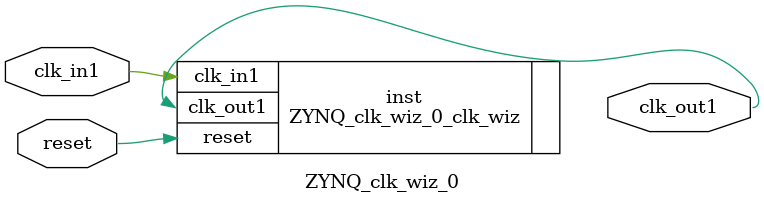
<source format=v>


`timescale 1ps/1ps

(* CORE_GENERATION_INFO = "ZYNQ_clk_wiz_0,clk_wiz_v6_0_12_0_0,{component_name=ZYNQ_clk_wiz_0,use_phase_alignment=true,use_min_o_jitter=false,use_max_i_jitter=false,use_dyn_phase_shift=false,use_inclk_switchover=false,use_dyn_reconfig=false,enable_axi=0,feedback_source=FDBK_AUTO,PRIMITIVE=MMCM,num_out_clk=1,clkin1_period=83.333,clkin2_period=10.0,use_power_down=false,use_reset=true,use_locked=false,use_inclk_stopped=false,feedback_type=SINGLE,CLOCK_MGR_TYPE=NA,manual_override=false}" *)

module ZYNQ_clk_wiz_0 
 (
  // Clock out ports
  output        clk_out1,
  // Status and control signals
  input         reset,
 // Clock in ports
  input         clk_in1
 );

  ZYNQ_clk_wiz_0_clk_wiz inst
  (
  // Clock out ports  
  .clk_out1(clk_out1),
  // Status and control signals               
  .reset(reset), 
 // Clock in ports
  .clk_in1(clk_in1)
  );

endmodule

</source>
